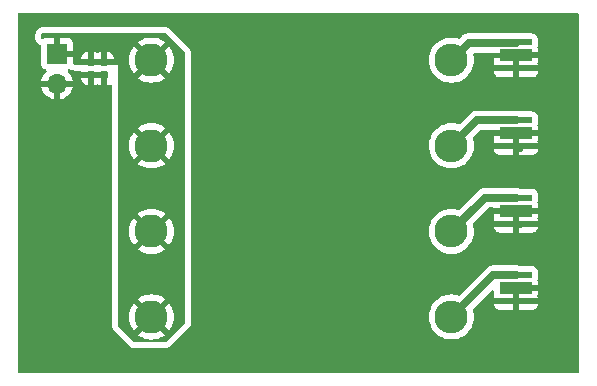
<source format=gbr>
G04 #@! TF.GenerationSoftware,KiCad,Pcbnew,8.0.3*
G04 #@! TF.CreationDate,2024-06-27T14:17:05-04:00*
G04 #@! TF.ProjectId,PCB,5043422e-6b69-4636-9164-5f7063625858,rev?*
G04 #@! TF.SameCoordinates,Original*
G04 #@! TF.FileFunction,Copper,L1,Top*
G04 #@! TF.FilePolarity,Positive*
%FSLAX46Y46*%
G04 Gerber Fmt 4.6, Leading zero omitted, Abs format (unit mm)*
G04 Created by KiCad (PCBNEW 8.0.3) date 2024-06-27 14:17:05*
%MOMM*%
%LPD*%
G01*
G04 APERTURE LIST*
G04 Aperture macros list*
%AMRoundRect*
0 Rectangle with rounded corners*
0 $1 Rounding radius*
0 $2 $3 $4 $5 $6 $7 $8 $9 X,Y pos of 4 corners*
0 Add a 4 corners polygon primitive as box body*
4,1,4,$2,$3,$4,$5,$6,$7,$8,$9,$2,$3,0*
0 Add four circle primitives for the rounded corners*
1,1,$1+$1,$2,$3*
1,1,$1+$1,$4,$5*
1,1,$1+$1,$6,$7*
1,1,$1+$1,$8,$9*
0 Add four rect primitives between the rounded corners*
20,1,$1+$1,$2,$3,$4,$5,0*
20,1,$1+$1,$4,$5,$6,$7,0*
20,1,$1+$1,$6,$7,$8,$9,0*
20,1,$1+$1,$8,$9,$2,$3,0*%
G04 Aperture macros list end*
G04 #@! TA.AperFunction,ComponentPad*
%ADD10R,1.700000X1.700000*%
G04 #@! TD*
G04 #@! TA.AperFunction,ComponentPad*
%ADD11O,1.700000X1.700000*%
G04 #@! TD*
G04 #@! TA.AperFunction,ComponentPad*
%ADD12C,2.800000*%
G04 #@! TD*
G04 #@! TA.AperFunction,ComponentPad*
%ADD13O,2.800000X2.800000*%
G04 #@! TD*
G04 #@! TA.AperFunction,SMDPad,CuDef*
%ADD14R,2.700000X0.500000*%
G04 #@! TD*
G04 #@! TA.AperFunction,SMDPad,CuDef*
%ADD15R,2.700000X1.000000*%
G04 #@! TD*
G04 #@! TA.AperFunction,SMDPad,CuDef*
%ADD16RoundRect,0.155000X-0.155000X0.212500X-0.155000X-0.212500X0.155000X-0.212500X0.155000X0.212500X0*%
G04 #@! TD*
G04 #@! TA.AperFunction,ViaPad*
%ADD17C,0.600000*%
G04 #@! TD*
G04 #@! TA.AperFunction,Conductor*
%ADD18C,0.200000*%
G04 #@! TD*
G04 #@! TA.AperFunction,Conductor*
%ADD19C,0.635000*%
G04 #@! TD*
G04 APERTURE END LIST*
D10*
X213817200Y-47955200D03*
D11*
X213817200Y-50495200D03*
D12*
X221800000Y-70250000D03*
D13*
X247200000Y-70250000D03*
D12*
X221800000Y-63000000D03*
D13*
X247200000Y-63000000D03*
D12*
X221800000Y-55750000D03*
D13*
X247200000Y-55750000D03*
D12*
X221800000Y-48500000D03*
D13*
X247200000Y-48500000D03*
D14*
X252650000Y-68900000D03*
X252650000Y-66700000D03*
D15*
X252650000Y-67800000D03*
D14*
X252650000Y-62350000D03*
X252650000Y-60150000D03*
D15*
X252650000Y-61250000D03*
D14*
X252650000Y-55800000D03*
X252650000Y-53600000D03*
D15*
X252650000Y-54700000D03*
X252650000Y-48100000D03*
D14*
X252650000Y-47000000D03*
X252650000Y-49200000D03*
D16*
X216662000Y-48641000D03*
X216662000Y-49776000D03*
X217805000Y-48641000D03*
X217805000Y-49776000D03*
D17*
X254152400Y-70129400D03*
X250342400Y-70002400D03*
X254558800Y-71043800D03*
X252171200Y-71094600D03*
X231140000Y-71120000D03*
X231140000Y-63500000D03*
X231140000Y-55880000D03*
X231140000Y-48260000D03*
X213360000Y-65024000D03*
X213360000Y-56134000D03*
X217551000Y-65532000D03*
X217678000Y-59182000D03*
X255016000Y-61214000D03*
X255016000Y-63627000D03*
X250190000Y-63627000D03*
X255016000Y-62357000D03*
X252603000Y-63500000D03*
X250317000Y-62357000D03*
X241427000Y-48133000D03*
X234188000Y-48260000D03*
X226695000Y-48260000D03*
X213741000Y-52324000D03*
X211963000Y-50546000D03*
X215646000Y-50419000D03*
X210947000Y-74549000D03*
X211201000Y-45085000D03*
X220472000Y-45212000D03*
X215519000Y-45339000D03*
X256159000Y-67691000D03*
X256286000Y-61087000D03*
X256413000Y-48006000D03*
X256286000Y-54610000D03*
X253492000Y-48133000D03*
X252603000Y-48133000D03*
X251714000Y-48133000D03*
X253492000Y-54737000D03*
X252603000Y-54737000D03*
X251714000Y-54737000D03*
X253492000Y-61214000D03*
X252603000Y-61214000D03*
X251714000Y-61214000D03*
X252628400Y-67792600D03*
X251688600Y-67792600D03*
X253517400Y-67792600D03*
X253000000Y-56000000D03*
X253000000Y-62500000D03*
D18*
X252628400Y-67821600D02*
X252600000Y-67850000D01*
X252628400Y-67792600D02*
X252628400Y-67821600D01*
X252657400Y-67792600D02*
X252628400Y-67792600D01*
X252650000Y-67800000D02*
X252657400Y-67792600D01*
X252600000Y-68900000D02*
X252500000Y-69000000D01*
D19*
X247200000Y-70250000D02*
X250750000Y-66700000D01*
X250750000Y-66700000D02*
X252650000Y-66700000D01*
X250050000Y-60150000D02*
X252650000Y-60150000D01*
X247200000Y-63000000D02*
X250050000Y-60150000D01*
X249350000Y-53600000D02*
X252650000Y-53600000D01*
X247200000Y-55750000D02*
X249350000Y-53600000D01*
X248650000Y-47050000D02*
X252650000Y-47050000D01*
X247200000Y-48500000D02*
X248650000Y-47050000D01*
G04 #@! TA.AperFunction,Conductor*
G36*
X223027677Y-46247685D02*
G01*
X223048319Y-46264319D01*
X224626681Y-47842681D01*
X224660166Y-47904004D01*
X224663000Y-47930362D01*
X224663000Y-70687638D01*
X224643315Y-70754677D01*
X224626681Y-70775319D01*
X223048319Y-72353681D01*
X222986996Y-72387166D01*
X222960638Y-72390000D01*
X221984133Y-72390000D01*
X221917094Y-72370315D01*
X221871339Y-72317511D01*
X221861395Y-72248353D01*
X221890420Y-72184797D01*
X221949198Y-72147023D01*
X221975287Y-72142316D01*
X222071090Y-72135463D01*
X222071097Y-72135462D01*
X222336654Y-72077694D01*
X222591306Y-71982714D01*
X222591310Y-71982712D01*
X222829844Y-71852462D01*
X222955123Y-71758677D01*
X222955124Y-71758676D01*
X222085757Y-70889309D01*
X222131574Y-70870332D01*
X222246224Y-70793726D01*
X222343726Y-70696224D01*
X222420332Y-70581574D01*
X222439309Y-70535757D01*
X223308676Y-71405124D01*
X223308677Y-71405123D01*
X223402462Y-71279844D01*
X223532712Y-71041310D01*
X223532714Y-71041306D01*
X223627694Y-70786654D01*
X223685462Y-70521097D01*
X223685463Y-70521090D01*
X223704853Y-70250001D01*
X223704853Y-70249998D01*
X223685463Y-69978909D01*
X223685462Y-69978902D01*
X223627694Y-69713345D01*
X223532714Y-69458693D01*
X223532712Y-69458689D01*
X223402467Y-69220164D01*
X223402466Y-69220163D01*
X223308676Y-69094874D01*
X222439309Y-69964242D01*
X222420332Y-69918426D01*
X222343726Y-69803776D01*
X222246224Y-69706274D01*
X222131574Y-69629668D01*
X222085757Y-69610690D01*
X222955124Y-68741322D01*
X222955123Y-68741321D01*
X222829843Y-68647537D01*
X222829835Y-68647532D01*
X222591310Y-68517287D01*
X222591306Y-68517285D01*
X222336654Y-68422305D01*
X222071097Y-68364537D01*
X222071090Y-68364536D01*
X221800001Y-68345147D01*
X221799999Y-68345147D01*
X221528909Y-68364536D01*
X221528902Y-68364537D01*
X221263345Y-68422305D01*
X221008693Y-68517285D01*
X221008689Y-68517287D01*
X220770164Y-68647532D01*
X220770156Y-68647537D01*
X220644875Y-68741321D01*
X220644874Y-68741322D01*
X221514242Y-69610690D01*
X221468426Y-69629668D01*
X221353776Y-69706274D01*
X221256274Y-69803776D01*
X221179668Y-69918426D01*
X221160690Y-69964242D01*
X220291322Y-69094874D01*
X220291321Y-69094875D01*
X220197537Y-69220156D01*
X220197532Y-69220164D01*
X220067287Y-69458689D01*
X220067285Y-69458693D01*
X219972305Y-69713345D01*
X219914537Y-69978902D01*
X219914536Y-69978909D01*
X219895147Y-70249998D01*
X219895147Y-70250001D01*
X219914536Y-70521090D01*
X219914537Y-70521097D01*
X219972305Y-70786654D01*
X220067285Y-71041306D01*
X220067287Y-71041310D01*
X220197532Y-71279835D01*
X220197537Y-71279843D01*
X220291321Y-71405123D01*
X220291322Y-71405124D01*
X221160690Y-70535756D01*
X221179668Y-70581574D01*
X221256274Y-70696224D01*
X221353776Y-70793726D01*
X221468426Y-70870332D01*
X221514242Y-70889309D01*
X220644874Y-71758676D01*
X220770163Y-71852466D01*
X220770164Y-71852467D01*
X221008689Y-71982712D01*
X221008693Y-71982714D01*
X221263345Y-72077694D01*
X221528902Y-72135462D01*
X221528909Y-72135463D01*
X221624713Y-72142316D01*
X221690178Y-72166733D01*
X221732049Y-72222667D01*
X221737033Y-72292358D01*
X221703548Y-72353681D01*
X221642225Y-72387166D01*
X221615867Y-72390000D01*
X220396362Y-72390000D01*
X220329323Y-72370315D01*
X220308681Y-72353681D01*
X218984319Y-71029319D01*
X218950834Y-70967996D01*
X218948000Y-70941638D01*
X218948000Y-62999998D01*
X219895147Y-62999998D01*
X219895147Y-63000001D01*
X219914536Y-63271090D01*
X219914537Y-63271097D01*
X219972305Y-63536654D01*
X220067285Y-63791306D01*
X220067287Y-63791310D01*
X220197532Y-64029835D01*
X220197537Y-64029843D01*
X220291321Y-64155123D01*
X220291322Y-64155124D01*
X221160690Y-63285756D01*
X221179668Y-63331574D01*
X221256274Y-63446224D01*
X221353776Y-63543726D01*
X221468426Y-63620332D01*
X221514242Y-63639309D01*
X220644874Y-64508676D01*
X220770163Y-64602466D01*
X220770164Y-64602467D01*
X221008689Y-64732712D01*
X221008693Y-64732714D01*
X221263345Y-64827694D01*
X221528902Y-64885462D01*
X221528909Y-64885463D01*
X221799999Y-64904853D01*
X221800001Y-64904853D01*
X222071090Y-64885463D01*
X222071097Y-64885462D01*
X222336654Y-64827694D01*
X222591306Y-64732714D01*
X222591310Y-64732712D01*
X222829844Y-64602462D01*
X222955123Y-64508677D01*
X222955124Y-64508676D01*
X222085757Y-63639309D01*
X222131574Y-63620332D01*
X222246224Y-63543726D01*
X222343726Y-63446224D01*
X222420332Y-63331574D01*
X222439309Y-63285757D01*
X223308676Y-64155124D01*
X223308677Y-64155123D01*
X223402462Y-64029844D01*
X223532712Y-63791310D01*
X223532714Y-63791306D01*
X223627694Y-63536654D01*
X223685462Y-63271097D01*
X223685463Y-63271090D01*
X223704853Y-63000001D01*
X223704853Y-62999998D01*
X223685463Y-62728909D01*
X223685462Y-62728902D01*
X223627694Y-62463345D01*
X223532714Y-62208693D01*
X223532712Y-62208689D01*
X223402467Y-61970164D01*
X223402466Y-61970163D01*
X223308676Y-61844874D01*
X222439309Y-62714242D01*
X222420332Y-62668426D01*
X222343726Y-62553776D01*
X222246224Y-62456274D01*
X222131574Y-62379668D01*
X222085757Y-62360690D01*
X222955124Y-61491322D01*
X222955123Y-61491321D01*
X222829843Y-61397537D01*
X222829835Y-61397532D01*
X222591310Y-61267287D01*
X222591306Y-61267285D01*
X222336654Y-61172305D01*
X222071097Y-61114537D01*
X222071090Y-61114536D01*
X221800001Y-61095147D01*
X221799999Y-61095147D01*
X221528909Y-61114536D01*
X221528902Y-61114537D01*
X221263345Y-61172305D01*
X221008693Y-61267285D01*
X221008689Y-61267287D01*
X220770164Y-61397532D01*
X220770156Y-61397537D01*
X220644875Y-61491321D01*
X220644874Y-61491322D01*
X221514242Y-62360690D01*
X221468426Y-62379668D01*
X221353776Y-62456274D01*
X221256274Y-62553776D01*
X221179668Y-62668426D01*
X221160690Y-62714242D01*
X220291322Y-61844874D01*
X220291321Y-61844875D01*
X220197537Y-61970156D01*
X220197532Y-61970164D01*
X220067287Y-62208689D01*
X220067285Y-62208693D01*
X219972305Y-62463345D01*
X219914537Y-62728902D01*
X219914536Y-62728909D01*
X219895147Y-62999998D01*
X218948000Y-62999998D01*
X218948000Y-55749998D01*
X219895147Y-55749998D01*
X219895147Y-55750001D01*
X219914536Y-56021090D01*
X219914537Y-56021097D01*
X219972305Y-56286654D01*
X220067285Y-56541306D01*
X220067287Y-56541310D01*
X220197532Y-56779835D01*
X220197537Y-56779843D01*
X220291321Y-56905123D01*
X220291322Y-56905124D01*
X221160690Y-56035756D01*
X221179668Y-56081574D01*
X221256274Y-56196224D01*
X221353776Y-56293726D01*
X221468426Y-56370332D01*
X221514242Y-56389309D01*
X220644874Y-57258676D01*
X220770163Y-57352466D01*
X220770164Y-57352467D01*
X221008689Y-57482712D01*
X221008693Y-57482714D01*
X221263345Y-57577694D01*
X221528902Y-57635462D01*
X221528909Y-57635463D01*
X221799999Y-57654853D01*
X221800001Y-57654853D01*
X222071090Y-57635463D01*
X222071097Y-57635462D01*
X222336654Y-57577694D01*
X222591306Y-57482714D01*
X222591310Y-57482712D01*
X222829844Y-57352462D01*
X222955123Y-57258677D01*
X222955124Y-57258676D01*
X222085757Y-56389309D01*
X222131574Y-56370332D01*
X222246224Y-56293726D01*
X222343726Y-56196224D01*
X222420332Y-56081574D01*
X222439309Y-56035757D01*
X223308676Y-56905124D01*
X223308677Y-56905123D01*
X223402462Y-56779844D01*
X223532712Y-56541310D01*
X223532714Y-56541306D01*
X223627694Y-56286654D01*
X223685462Y-56021097D01*
X223685463Y-56021090D01*
X223704853Y-55750001D01*
X223704853Y-55749998D01*
X223685463Y-55478909D01*
X223685462Y-55478902D01*
X223627694Y-55213345D01*
X223532714Y-54958693D01*
X223532712Y-54958689D01*
X223402467Y-54720164D01*
X223402466Y-54720163D01*
X223308676Y-54594874D01*
X222439309Y-55464242D01*
X222420332Y-55418426D01*
X222343726Y-55303776D01*
X222246224Y-55206274D01*
X222131574Y-55129668D01*
X222085757Y-55110690D01*
X222955124Y-54241322D01*
X222955123Y-54241321D01*
X222829843Y-54147537D01*
X222829835Y-54147532D01*
X222591310Y-54017287D01*
X222591306Y-54017285D01*
X222336654Y-53922305D01*
X222071097Y-53864537D01*
X222071090Y-53864536D01*
X221800001Y-53845147D01*
X221799999Y-53845147D01*
X221528909Y-53864536D01*
X221528902Y-53864537D01*
X221263345Y-53922305D01*
X221008693Y-54017285D01*
X221008689Y-54017287D01*
X220770164Y-54147532D01*
X220770156Y-54147537D01*
X220644875Y-54241321D01*
X220644874Y-54241322D01*
X221514242Y-55110690D01*
X221468426Y-55129668D01*
X221353776Y-55206274D01*
X221256274Y-55303776D01*
X221179668Y-55418426D01*
X221160690Y-55464242D01*
X220291322Y-54594874D01*
X220291321Y-54594875D01*
X220197537Y-54720156D01*
X220197532Y-54720164D01*
X220067287Y-54958689D01*
X220067285Y-54958693D01*
X219972305Y-55213345D01*
X219914537Y-55478902D01*
X219914536Y-55478909D01*
X219895147Y-55749998D01*
X218948000Y-55749998D01*
X218948000Y-48895000D01*
X218670362Y-48895000D01*
X218656740Y-48891000D01*
X215825131Y-48891000D01*
X215822996Y-48892166D01*
X215796638Y-48895000D01*
X215291200Y-48895000D01*
X215224161Y-48875315D01*
X215178406Y-48822511D01*
X215167200Y-48771000D01*
X215167200Y-48499998D01*
X219895147Y-48499998D01*
X219895147Y-48500001D01*
X219914536Y-48771090D01*
X219914537Y-48771097D01*
X219972305Y-49036654D01*
X220067285Y-49291306D01*
X220067287Y-49291310D01*
X220197532Y-49529835D01*
X220197537Y-49529843D01*
X220291321Y-49655123D01*
X220291322Y-49655124D01*
X221160690Y-48785756D01*
X221179668Y-48831574D01*
X221256274Y-48946224D01*
X221353776Y-49043726D01*
X221468426Y-49120332D01*
X221514242Y-49139309D01*
X220644874Y-50008676D01*
X220770163Y-50102466D01*
X220770164Y-50102467D01*
X221008689Y-50232712D01*
X221008693Y-50232714D01*
X221263345Y-50327694D01*
X221528902Y-50385462D01*
X221528909Y-50385463D01*
X221799999Y-50404853D01*
X221800001Y-50404853D01*
X222071090Y-50385463D01*
X222071097Y-50385462D01*
X222336654Y-50327694D01*
X222591306Y-50232714D01*
X222591310Y-50232712D01*
X222829844Y-50102462D01*
X222955123Y-50008677D01*
X222955124Y-50008676D01*
X222085757Y-49139309D01*
X222131574Y-49120332D01*
X222246224Y-49043726D01*
X222343726Y-48946224D01*
X222420332Y-48831574D01*
X222439309Y-48785757D01*
X223308676Y-49655124D01*
X223308677Y-49655123D01*
X223402462Y-49529844D01*
X223532712Y-49291310D01*
X223532714Y-49291306D01*
X223627694Y-49036654D01*
X223685462Y-48771097D01*
X223685463Y-48771090D01*
X223704853Y-48500001D01*
X223704853Y-48499998D01*
X223685463Y-48228909D01*
X223685462Y-48228902D01*
X223627694Y-47963345D01*
X223532714Y-47708693D01*
X223532712Y-47708689D01*
X223402467Y-47470164D01*
X223402466Y-47470163D01*
X223308676Y-47344874D01*
X222439309Y-48214242D01*
X222420332Y-48168426D01*
X222343726Y-48053776D01*
X222246224Y-47956274D01*
X222131574Y-47879668D01*
X222085757Y-47860690D01*
X222955124Y-46991322D01*
X222955123Y-46991321D01*
X222829843Y-46897537D01*
X222829835Y-46897532D01*
X222591310Y-46767287D01*
X222591306Y-46767285D01*
X222336654Y-46672305D01*
X222071097Y-46614537D01*
X222071090Y-46614536D01*
X221800001Y-46595147D01*
X221799999Y-46595147D01*
X221528909Y-46614536D01*
X221528902Y-46614537D01*
X221263345Y-46672305D01*
X221008693Y-46767285D01*
X221008689Y-46767287D01*
X220770164Y-46897532D01*
X220770156Y-46897537D01*
X220644875Y-46991321D01*
X220644874Y-46991322D01*
X221514242Y-47860690D01*
X221468426Y-47879668D01*
X221353776Y-47956274D01*
X221256274Y-48053776D01*
X221179668Y-48168426D01*
X221160690Y-48214242D01*
X220291322Y-47344874D01*
X220291321Y-47344875D01*
X220197537Y-47470156D01*
X220197532Y-47470164D01*
X220067287Y-47708689D01*
X220067285Y-47708693D01*
X219972305Y-47963345D01*
X219914537Y-48228902D01*
X219914536Y-48228909D01*
X219895147Y-48499998D01*
X215167200Y-48499998D01*
X215167200Y-48362342D01*
X215852000Y-48362342D01*
X215852000Y-48391000D01*
X216412000Y-48391000D01*
X216412000Y-47775769D01*
X216912000Y-47775769D01*
X216912000Y-48391000D01*
X217555000Y-48391000D01*
X218055000Y-48391000D01*
X218615000Y-48391000D01*
X218615000Y-48362357D01*
X218614999Y-48362342D01*
X218612078Y-48325222D01*
X218612077Y-48325216D01*
X218565908Y-48166305D01*
X218565907Y-48166302D01*
X218481666Y-48023857D01*
X218481660Y-48023849D01*
X218364650Y-47906839D01*
X218364642Y-47906833D01*
X218222197Y-47822592D01*
X218222194Y-47822590D01*
X218063280Y-47776421D01*
X218063281Y-47776421D01*
X218055000Y-47775769D01*
X218055000Y-48391000D01*
X217555000Y-48391000D01*
X217555000Y-47775769D01*
X217546718Y-47776421D01*
X217387805Y-47822590D01*
X217387798Y-47822594D01*
X217296620Y-47876516D01*
X217228896Y-47893699D01*
X217170380Y-47876516D01*
X217079201Y-47822594D01*
X217079194Y-47822590D01*
X216920280Y-47776421D01*
X216920281Y-47776421D01*
X216912000Y-47775769D01*
X216412000Y-47775769D01*
X216403718Y-47776421D01*
X216244805Y-47822590D01*
X216244802Y-47822592D01*
X216102357Y-47906833D01*
X216102349Y-47906839D01*
X215985339Y-48023849D01*
X215985333Y-48023857D01*
X215901092Y-48166302D01*
X215901091Y-48166305D01*
X215854922Y-48325216D01*
X215854921Y-48325222D01*
X215852000Y-48362342D01*
X215167200Y-48362342D01*
X215167200Y-48205200D01*
X214250212Y-48205200D01*
X214283125Y-48148193D01*
X214317200Y-48021026D01*
X214317200Y-47889374D01*
X214283125Y-47762207D01*
X214250212Y-47705200D01*
X215167200Y-47705200D01*
X215167200Y-47057372D01*
X215167199Y-47057355D01*
X215160798Y-46997827D01*
X215160796Y-46997820D01*
X215110554Y-46863113D01*
X215110550Y-46863106D01*
X215024390Y-46748012D01*
X215024387Y-46748009D01*
X214909293Y-46661849D01*
X214909286Y-46661845D01*
X214774579Y-46611603D01*
X214774572Y-46611601D01*
X214715044Y-46605200D01*
X214067200Y-46605200D01*
X214067200Y-47522188D01*
X214010193Y-47489275D01*
X213883026Y-47455200D01*
X213751374Y-47455200D01*
X213624207Y-47489275D01*
X213567200Y-47522188D01*
X213567200Y-46605200D01*
X212919355Y-46605200D01*
X212859827Y-46611601D01*
X212859820Y-46611603D01*
X212725113Y-46661845D01*
X212725111Y-46661846D01*
X212669311Y-46703619D01*
X212603847Y-46728036D01*
X212535574Y-46713185D01*
X212486168Y-46663780D01*
X212471000Y-46604352D01*
X212471000Y-46352000D01*
X212490685Y-46284961D01*
X212543489Y-46239206D01*
X212595000Y-46228000D01*
X222960638Y-46228000D01*
X223027677Y-46247685D01*
G37*
G04 #@! TD.AperFunction*
G04 #@! TA.AperFunction,Conductor*
G36*
X257942539Y-44520185D02*
G01*
X257988294Y-44572989D01*
X257999500Y-44624500D01*
X257999500Y-74875500D01*
X257979815Y-74942539D01*
X257927011Y-74988294D01*
X257875500Y-74999500D01*
X210624500Y-74999500D01*
X210557461Y-74979815D01*
X210511706Y-74927011D01*
X210500500Y-74875500D01*
X210500500Y-46352001D01*
X211965500Y-46352001D01*
X211965500Y-46604355D01*
X211981202Y-46729365D01*
X211981203Y-46729371D01*
X211990764Y-46766830D01*
X211996370Y-46788793D01*
X212038990Y-46897113D01*
X212042505Y-46906047D01*
X212128721Y-47021216D01*
X212128725Y-47021221D01*
X212128729Y-47021226D01*
X212178135Y-47070631D01*
X212178136Y-47070632D01*
X212178139Y-47070634D01*
X212293317Y-47156854D01*
X212293318Y-47156854D01*
X212293319Y-47156855D01*
X212386034Y-47191434D01*
X212441965Y-47233302D01*
X212466384Y-47298766D01*
X212466700Y-47307615D01*
X212466700Y-48853070D01*
X212466701Y-48853076D01*
X212473108Y-48912683D01*
X212523402Y-49047528D01*
X212523406Y-49047535D01*
X212609652Y-49162744D01*
X212609655Y-49162747D01*
X212724864Y-49248993D01*
X212724871Y-49248997D01*
X212787102Y-49272207D01*
X212856798Y-49298202D01*
X212912731Y-49340073D01*
X212937149Y-49405537D01*
X212922298Y-49473810D01*
X212901147Y-49502065D01*
X212779086Y-49624126D01*
X212643600Y-49817620D01*
X212643599Y-49817622D01*
X212543770Y-50031707D01*
X212543767Y-50031713D01*
X212486564Y-50245199D01*
X212486564Y-50245200D01*
X213384188Y-50245200D01*
X213351275Y-50302207D01*
X213317200Y-50429374D01*
X213317200Y-50561026D01*
X213351275Y-50688193D01*
X213384188Y-50745200D01*
X212486564Y-50745200D01*
X212543767Y-50958686D01*
X212543770Y-50958692D01*
X212643599Y-51172778D01*
X212779094Y-51366282D01*
X212946117Y-51533305D01*
X213139621Y-51668800D01*
X213353707Y-51768629D01*
X213353716Y-51768633D01*
X213567200Y-51825834D01*
X213567200Y-50928212D01*
X213624207Y-50961125D01*
X213751374Y-50995200D01*
X213883026Y-50995200D01*
X214010193Y-50961125D01*
X214067200Y-50928212D01*
X214067200Y-51825833D01*
X214280683Y-51768633D01*
X214280692Y-51768629D01*
X214494778Y-51668800D01*
X214688282Y-51533305D01*
X214855305Y-51366282D01*
X214990800Y-51172778D01*
X215090629Y-50958692D01*
X215090632Y-50958686D01*
X215147836Y-50745200D01*
X214250212Y-50745200D01*
X214283125Y-50688193D01*
X214317200Y-50561026D01*
X214317200Y-50429374D01*
X214283125Y-50302207D01*
X214250212Y-50245200D01*
X215147836Y-50245200D01*
X215147835Y-50245199D01*
X215096780Y-50054657D01*
X215852000Y-50054657D01*
X215854921Y-50091777D01*
X215854922Y-50091783D01*
X215901091Y-50250694D01*
X215901092Y-50250697D01*
X215985333Y-50393142D01*
X215985339Y-50393150D01*
X216102349Y-50510160D01*
X216102357Y-50510166D01*
X216244802Y-50594407D01*
X216244805Y-50594409D01*
X216403717Y-50640577D01*
X216403724Y-50640579D01*
X216411998Y-50641229D01*
X216412000Y-50641228D01*
X216912000Y-50641228D01*
X216912001Y-50641229D01*
X216920275Y-50640579D01*
X216920282Y-50640577D01*
X217079194Y-50594409D01*
X217079197Y-50594407D01*
X217170379Y-50540483D01*
X217238103Y-50523300D01*
X217296621Y-50540483D01*
X217387802Y-50594407D01*
X217387805Y-50594409D01*
X217546717Y-50640577D01*
X217546724Y-50640579D01*
X217554998Y-50641229D01*
X217555000Y-50641228D01*
X217555000Y-50026000D01*
X216912000Y-50026000D01*
X216912000Y-50641228D01*
X216412000Y-50641228D01*
X216412000Y-50026000D01*
X215852000Y-50026000D01*
X215852000Y-50054657D01*
X215096780Y-50054657D01*
X215090632Y-50031713D01*
X215090629Y-50031707D01*
X214990800Y-49817622D01*
X214990799Y-49817620D01*
X214855313Y-49624126D01*
X214855308Y-49624120D01*
X214733253Y-49502065D01*
X214699768Y-49440742D01*
X214704752Y-49371050D01*
X214746624Y-49315117D01*
X214777594Y-49298205D01*
X214827887Y-49279446D01*
X214897576Y-49274463D01*
X214942609Y-49297006D01*
X214943403Y-49295772D01*
X214950867Y-49300569D01*
X215081734Y-49360335D01*
X215081741Y-49360338D01*
X215148780Y-49380023D01*
X215148784Y-49380024D01*
X215291200Y-49400500D01*
X215291203Y-49400500D01*
X215728000Y-49400500D01*
X215795039Y-49420185D01*
X215840794Y-49472989D01*
X215852000Y-49524500D01*
X215852000Y-49526000D01*
X217931000Y-49526000D01*
X217998039Y-49545685D01*
X218043794Y-49598489D01*
X218055000Y-49650000D01*
X218055000Y-50641228D01*
X218055001Y-50641229D01*
X218063275Y-50640579D01*
X218063282Y-50640577D01*
X218222194Y-50594409D01*
X218222197Y-50594407D01*
X218255379Y-50574784D01*
X218323102Y-50557601D01*
X218389365Y-50579761D01*
X218433129Y-50634227D01*
X218442500Y-50681516D01*
X218442500Y-70941640D01*
X218445397Y-70995688D01*
X218445397Y-70995689D01*
X218448229Y-71022022D01*
X218448232Y-71022049D01*
X218456885Y-71075445D01*
X218456885Y-71075447D01*
X218507166Y-71210252D01*
X218507168Y-71210257D01*
X218540653Y-71271580D01*
X218626877Y-71386761D01*
X218626881Y-71386765D01*
X218626886Y-71386771D01*
X218853144Y-71613028D01*
X219951239Y-72711123D01*
X219951255Y-72711137D01*
X219951262Y-72711144D01*
X219991480Y-72747271D01*
X219991492Y-72747281D01*
X219991500Y-72747288D01*
X220012142Y-72763922D01*
X220056026Y-72795567D01*
X220186903Y-72855338D01*
X220253942Y-72875023D01*
X220253946Y-72875024D01*
X220396362Y-72895500D01*
X220396365Y-72895500D01*
X221615869Y-72895500D01*
X221626015Y-72894955D01*
X221669907Y-72892603D01*
X221669915Y-72892602D01*
X221669917Y-72892602D01*
X221669918Y-72892602D01*
X221676911Y-72891849D01*
X221696265Y-72889769D01*
X221696275Y-72889767D01*
X221696278Y-72889767D01*
X221749672Y-72881115D01*
X221749672Y-72881114D01*
X221749677Y-72881114D01*
X221760680Y-72877009D01*
X221830369Y-72872021D01*
X221838962Y-72874215D01*
X221841713Y-72875023D01*
X221841717Y-72875024D01*
X221984133Y-72895500D01*
X221984136Y-72895500D01*
X222960640Y-72895500D01*
X222970786Y-72894955D01*
X223014678Y-72892603D01*
X223014686Y-72892602D01*
X223014688Y-72892602D01*
X223014689Y-72892602D01*
X223021682Y-72891849D01*
X223041036Y-72889769D01*
X223041046Y-72889767D01*
X223041049Y-72889767D01*
X223050648Y-72888211D01*
X223094448Y-72881114D01*
X223229257Y-72830832D01*
X223290580Y-72797347D01*
X223405761Y-72711123D01*
X224984123Y-71132761D01*
X225020288Y-71092500D01*
X225036922Y-71071858D01*
X225068567Y-71027974D01*
X225128338Y-70897097D01*
X225148023Y-70830058D01*
X225148024Y-70830054D01*
X225168500Y-70687638D01*
X225168500Y-70249998D01*
X245294645Y-70249998D01*
X245294645Y-70250001D01*
X245314039Y-70521160D01*
X245314040Y-70521167D01*
X245371823Y-70786793D01*
X245371825Y-70786801D01*
X245429577Y-70941640D01*
X245466830Y-71041519D01*
X245597109Y-71280107D01*
X245597110Y-71280108D01*
X245597113Y-71280113D01*
X245760029Y-71497742D01*
X245760033Y-71497746D01*
X245760038Y-71497752D01*
X245952247Y-71689961D01*
X245952253Y-71689966D01*
X245952258Y-71689971D01*
X246169887Y-71852887D01*
X246169891Y-71852889D01*
X246169892Y-71852890D01*
X246408481Y-71983169D01*
X246408480Y-71983169D01*
X246408484Y-71983170D01*
X246408487Y-71983172D01*
X246663199Y-72078175D01*
X246928840Y-72135961D01*
X247180605Y-72153967D01*
X247199999Y-72155355D01*
X247200000Y-72155355D01*
X247200001Y-72155355D01*
X247218100Y-72154060D01*
X247471160Y-72135961D01*
X247736801Y-72078175D01*
X247991513Y-71983172D01*
X247991517Y-71983169D01*
X247991519Y-71983169D01*
X248110813Y-71918029D01*
X248230113Y-71852887D01*
X248447742Y-71689971D01*
X248639971Y-71497742D01*
X248802887Y-71280113D01*
X248914644Y-71075445D01*
X248933169Y-71041519D01*
X248933169Y-71041517D01*
X248933172Y-71041513D01*
X249028175Y-70786801D01*
X249085961Y-70521160D01*
X249105355Y-70250000D01*
X249085961Y-69978840D01*
X249028175Y-69713199D01*
X249019471Y-69689865D01*
X249014488Y-69620174D01*
X249047971Y-69558854D01*
X249408981Y-69197844D01*
X250800000Y-69197844D01*
X250806401Y-69257372D01*
X250806403Y-69257379D01*
X250856645Y-69392086D01*
X250856649Y-69392093D01*
X250942809Y-69507187D01*
X250942812Y-69507190D01*
X251057906Y-69593350D01*
X251057913Y-69593354D01*
X251192620Y-69643596D01*
X251192627Y-69643598D01*
X251252155Y-69649999D01*
X251252172Y-69650000D01*
X252400000Y-69650000D01*
X252900000Y-69650000D01*
X254047828Y-69650000D01*
X254047844Y-69649999D01*
X254107372Y-69643598D01*
X254107379Y-69643596D01*
X254242086Y-69593354D01*
X254242093Y-69593350D01*
X254357187Y-69507190D01*
X254357190Y-69507187D01*
X254443350Y-69392093D01*
X254443354Y-69392086D01*
X254493596Y-69257379D01*
X254493598Y-69257372D01*
X254499999Y-69197844D01*
X254500000Y-69197827D01*
X254500000Y-69150000D01*
X252900000Y-69150000D01*
X252900000Y-69650000D01*
X252400000Y-69650000D01*
X252400000Y-69150000D01*
X250800000Y-69150000D01*
X250800000Y-69197844D01*
X249408981Y-69197844D01*
X250588320Y-68018506D01*
X250649642Y-67985022D01*
X250719334Y-67990006D01*
X250775267Y-68031878D01*
X250799684Y-68097342D01*
X250800000Y-68106188D01*
X250800000Y-68347844D01*
X250806401Y-68407372D01*
X250806403Y-68407379D01*
X250815462Y-68431669D01*
X250820445Y-68501361D01*
X250815462Y-68518331D01*
X250806403Y-68542620D01*
X250806401Y-68542627D01*
X250800000Y-68602155D01*
X250800000Y-68650000D01*
X252400000Y-68650000D01*
X252900000Y-68650000D01*
X254500000Y-68650000D01*
X254500000Y-68602172D01*
X254499999Y-68602155D01*
X254493598Y-68542627D01*
X254493597Y-68542624D01*
X254484538Y-68518335D01*
X254479552Y-68448644D01*
X254484538Y-68431665D01*
X254493597Y-68407375D01*
X254493598Y-68407372D01*
X254499999Y-68347844D01*
X254500000Y-68347827D01*
X254500000Y-68050000D01*
X252900000Y-68050000D01*
X252900000Y-68650000D01*
X252400000Y-68650000D01*
X252400000Y-67674000D01*
X252419685Y-67606961D01*
X252472489Y-67561206D01*
X252524000Y-67550000D01*
X254500000Y-67550000D01*
X254500000Y-67252172D01*
X254499999Y-67252155D01*
X254493598Y-67192627D01*
X254493597Y-67192623D01*
X254484804Y-67169047D01*
X254479820Y-67099355D01*
X254484802Y-67082387D01*
X254494091Y-67057483D01*
X254500500Y-66997873D01*
X254500499Y-66402128D01*
X254494091Y-66342517D01*
X254443796Y-66207669D01*
X254443795Y-66207668D01*
X254443793Y-66207664D01*
X254357547Y-66092455D01*
X254357544Y-66092452D01*
X254242335Y-66006206D01*
X254242328Y-66006202D01*
X254107482Y-65955908D01*
X254107483Y-65955908D01*
X254047883Y-65949501D01*
X254047881Y-65949500D01*
X254047873Y-65949500D01*
X254047865Y-65949500D01*
X253000335Y-65949500D01*
X252952882Y-65940061D01*
X252888602Y-65913435D01*
X252888594Y-65913433D01*
X252730570Y-65882000D01*
X252730566Y-65882000D01*
X250669434Y-65882000D01*
X250669429Y-65882000D01*
X250511405Y-65913433D01*
X250511397Y-65913435D01*
X250362533Y-65975096D01*
X250228552Y-66064619D01*
X247891146Y-68402025D01*
X247829823Y-68435510D01*
X247760133Y-68430526D01*
X247736807Y-68421826D01*
X247736802Y-68421825D01*
X247471167Y-68364040D01*
X247471160Y-68364039D01*
X247200001Y-68344645D01*
X247199999Y-68344645D01*
X246928839Y-68364039D01*
X246928832Y-68364040D01*
X246663206Y-68421823D01*
X246663202Y-68421824D01*
X246663199Y-68421825D01*
X246591295Y-68448644D01*
X246408480Y-68516830D01*
X246169892Y-68647109D01*
X246169891Y-68647110D01*
X245952259Y-68810028D01*
X245952247Y-68810038D01*
X245760038Y-69002247D01*
X245760028Y-69002259D01*
X245597110Y-69219891D01*
X245597109Y-69219892D01*
X245466830Y-69458480D01*
X245429394Y-69558852D01*
X245371825Y-69713199D01*
X245371824Y-69713202D01*
X245371823Y-69713206D01*
X245314040Y-69978832D01*
X245314039Y-69978839D01*
X245294645Y-70249998D01*
X225168500Y-70249998D01*
X225168500Y-62999998D01*
X245294645Y-62999998D01*
X245294645Y-63000001D01*
X245314039Y-63271160D01*
X245314040Y-63271167D01*
X245371823Y-63536793D01*
X245371825Y-63536801D01*
X245448330Y-63741920D01*
X245466830Y-63791519D01*
X245597109Y-64030107D01*
X245597110Y-64030108D01*
X245597113Y-64030113D01*
X245760029Y-64247742D01*
X245760033Y-64247746D01*
X245760038Y-64247752D01*
X245952247Y-64439961D01*
X245952253Y-64439966D01*
X245952258Y-64439971D01*
X246169887Y-64602887D01*
X246169891Y-64602889D01*
X246169892Y-64602890D01*
X246408481Y-64733169D01*
X246408480Y-64733169D01*
X246408484Y-64733170D01*
X246408487Y-64733172D01*
X246663199Y-64828175D01*
X246928840Y-64885961D01*
X247180605Y-64903967D01*
X247199999Y-64905355D01*
X247200000Y-64905355D01*
X247200001Y-64905355D01*
X247218100Y-64904060D01*
X247471160Y-64885961D01*
X247736801Y-64828175D01*
X247991513Y-64733172D01*
X247991517Y-64733169D01*
X247991519Y-64733169D01*
X248110813Y-64668029D01*
X248230113Y-64602887D01*
X248447742Y-64439971D01*
X248639971Y-64247742D01*
X248802887Y-64030113D01*
X248933172Y-63791513D01*
X249028175Y-63536801D01*
X249085961Y-63271160D01*
X249105355Y-63000000D01*
X249085961Y-62728840D01*
X249068342Y-62647844D01*
X250800000Y-62647844D01*
X250806401Y-62707372D01*
X250806403Y-62707379D01*
X250856645Y-62842086D01*
X250856649Y-62842093D01*
X250942809Y-62957187D01*
X250942812Y-62957190D01*
X251057906Y-63043350D01*
X251057913Y-63043354D01*
X251192620Y-63093596D01*
X251192627Y-63093598D01*
X251252155Y-63099999D01*
X251252172Y-63100000D01*
X252400000Y-63100000D01*
X252900000Y-63100000D01*
X254047828Y-63100000D01*
X254047844Y-63099999D01*
X254107372Y-63093598D01*
X254107379Y-63093596D01*
X254242086Y-63043354D01*
X254242093Y-63043350D01*
X254357187Y-62957190D01*
X254357190Y-62957187D01*
X254443350Y-62842093D01*
X254443354Y-62842086D01*
X254493596Y-62707379D01*
X254493598Y-62707372D01*
X254499999Y-62647844D01*
X254500000Y-62647827D01*
X254500000Y-62600000D01*
X252900000Y-62600000D01*
X252900000Y-63100000D01*
X252400000Y-63100000D01*
X252400000Y-62600000D01*
X250800000Y-62600000D01*
X250800000Y-62647844D01*
X249068342Y-62647844D01*
X249028175Y-62463199D01*
X249019471Y-62439865D01*
X249014488Y-62370174D01*
X249047971Y-62308854D01*
X249558981Y-61797844D01*
X250800000Y-61797844D01*
X250806401Y-61857372D01*
X250806403Y-61857379D01*
X250815462Y-61881669D01*
X250820445Y-61951361D01*
X250815462Y-61968331D01*
X250806403Y-61992620D01*
X250806401Y-61992627D01*
X250800000Y-62052155D01*
X250800000Y-62100000D01*
X252400000Y-62100000D01*
X252900000Y-62100000D01*
X254500000Y-62100000D01*
X254500000Y-62052172D01*
X254499999Y-62052155D01*
X254493598Y-61992627D01*
X254493597Y-61992624D01*
X254484538Y-61968335D01*
X254479552Y-61898644D01*
X254484538Y-61881665D01*
X254493597Y-61857375D01*
X254493598Y-61857372D01*
X254499999Y-61797844D01*
X254500000Y-61797827D01*
X254500000Y-61500000D01*
X252900000Y-61500000D01*
X252900000Y-62100000D01*
X252400000Y-62100000D01*
X252400000Y-61500000D01*
X250800000Y-61500000D01*
X250800000Y-61797844D01*
X249558981Y-61797844D01*
X250352507Y-61004319D01*
X250413830Y-60970834D01*
X250440188Y-60968000D01*
X250716638Y-60968000D01*
X250783677Y-60987685D01*
X250798959Y-61000000D01*
X254500000Y-61000000D01*
X254500000Y-60702172D01*
X254499999Y-60702155D01*
X254493598Y-60642627D01*
X254493597Y-60642623D01*
X254484804Y-60619047D01*
X254479820Y-60549355D01*
X254484802Y-60532387D01*
X254494091Y-60507483D01*
X254500500Y-60447873D01*
X254500499Y-59852128D01*
X254494091Y-59792517D01*
X254443796Y-59657669D01*
X254443795Y-59657668D01*
X254443793Y-59657664D01*
X254357547Y-59542455D01*
X254357544Y-59542452D01*
X254242335Y-59456206D01*
X254242328Y-59456202D01*
X254107482Y-59405908D01*
X254107483Y-59405908D01*
X254047883Y-59399501D01*
X254047881Y-59399500D01*
X254047873Y-59399500D01*
X254047865Y-59399500D01*
X253000335Y-59399500D01*
X252952882Y-59390061D01*
X252888602Y-59363435D01*
X252888594Y-59363433D01*
X252730570Y-59332000D01*
X252730566Y-59332000D01*
X249969434Y-59332000D01*
X249969429Y-59332000D01*
X249811405Y-59363433D01*
X249811393Y-59363436D01*
X249662536Y-59425094D01*
X249615976Y-59456205D01*
X249528556Y-59514616D01*
X249471587Y-59571585D01*
X249414618Y-59628555D01*
X249414616Y-59628557D01*
X247891146Y-61152025D01*
X247829823Y-61185510D01*
X247760133Y-61180526D01*
X247736807Y-61171826D01*
X247736802Y-61171825D01*
X247471167Y-61114040D01*
X247471160Y-61114039D01*
X247200001Y-61094645D01*
X247199999Y-61094645D01*
X246928839Y-61114039D01*
X246928832Y-61114040D01*
X246663206Y-61171823D01*
X246663202Y-61171824D01*
X246663199Y-61171825D01*
X246565205Y-61208375D01*
X246408480Y-61266830D01*
X246169892Y-61397109D01*
X246169891Y-61397110D01*
X245952259Y-61560028D01*
X245952247Y-61560038D01*
X245760038Y-61752247D01*
X245760028Y-61752259D01*
X245597110Y-61969891D01*
X245597109Y-61969892D01*
X245466830Y-62208480D01*
X245429394Y-62308852D01*
X245371825Y-62463199D01*
X245371824Y-62463202D01*
X245371823Y-62463206D01*
X245314040Y-62728832D01*
X245314039Y-62728839D01*
X245294645Y-62999998D01*
X225168500Y-62999998D01*
X225168500Y-55749998D01*
X245294645Y-55749998D01*
X245294645Y-55750001D01*
X245314039Y-56021160D01*
X245314040Y-56021167D01*
X245343671Y-56157379D01*
X245371825Y-56286801D01*
X245416727Y-56407187D01*
X245466830Y-56541519D01*
X245597109Y-56780107D01*
X245597110Y-56780108D01*
X245597113Y-56780113D01*
X245760029Y-56997742D01*
X245760033Y-56997746D01*
X245760038Y-56997752D01*
X245952247Y-57189961D01*
X245952253Y-57189966D01*
X245952258Y-57189971D01*
X246169887Y-57352887D01*
X246169891Y-57352889D01*
X246169892Y-57352890D01*
X246408481Y-57483169D01*
X246408480Y-57483169D01*
X246408484Y-57483170D01*
X246408487Y-57483172D01*
X246663199Y-57578175D01*
X246928840Y-57635961D01*
X247180605Y-57653967D01*
X247199999Y-57655355D01*
X247200000Y-57655355D01*
X247200001Y-57655355D01*
X247218100Y-57654060D01*
X247471160Y-57635961D01*
X247736801Y-57578175D01*
X247991513Y-57483172D01*
X247991517Y-57483169D01*
X247991519Y-57483169D01*
X248110813Y-57418029D01*
X248230113Y-57352887D01*
X248447742Y-57189971D01*
X248639971Y-56997742D01*
X248802887Y-56780113D01*
X248928538Y-56550000D01*
X248933169Y-56541519D01*
X248933169Y-56541517D01*
X248933172Y-56541513D01*
X249028175Y-56286801D01*
X249069280Y-56097844D01*
X250800000Y-56097844D01*
X250806401Y-56157372D01*
X250806403Y-56157379D01*
X250856645Y-56292086D01*
X250856649Y-56292093D01*
X250942809Y-56407187D01*
X250942812Y-56407190D01*
X251057906Y-56493350D01*
X251057913Y-56493354D01*
X251192620Y-56543596D01*
X251192627Y-56543598D01*
X251252155Y-56549999D01*
X251252172Y-56550000D01*
X252400000Y-56550000D01*
X252900000Y-56550000D01*
X254047828Y-56550000D01*
X254047844Y-56549999D01*
X254107372Y-56543598D01*
X254107379Y-56543596D01*
X254242086Y-56493354D01*
X254242093Y-56493350D01*
X254357187Y-56407190D01*
X254357190Y-56407187D01*
X254443350Y-56292093D01*
X254443354Y-56292086D01*
X254493596Y-56157379D01*
X254493598Y-56157372D01*
X254499999Y-56097844D01*
X254500000Y-56097827D01*
X254500000Y-56050000D01*
X252900000Y-56050000D01*
X252900000Y-56550000D01*
X252400000Y-56550000D01*
X252400000Y-56050000D01*
X250800000Y-56050000D01*
X250800000Y-56097844D01*
X249069280Y-56097844D01*
X249085961Y-56021160D01*
X249105355Y-55750000D01*
X249085961Y-55478840D01*
X249047437Y-55301746D01*
X249035712Y-55247844D01*
X250800000Y-55247844D01*
X250806401Y-55307372D01*
X250806403Y-55307379D01*
X250815462Y-55331669D01*
X250820445Y-55401361D01*
X250815462Y-55418331D01*
X250806403Y-55442620D01*
X250806401Y-55442627D01*
X250800000Y-55502155D01*
X250800000Y-55550000D01*
X252400000Y-55550000D01*
X252900000Y-55550000D01*
X254500000Y-55550000D01*
X254500000Y-55502172D01*
X254499999Y-55502155D01*
X254493598Y-55442627D01*
X254493597Y-55442624D01*
X254484538Y-55418335D01*
X254479552Y-55348644D01*
X254484538Y-55331665D01*
X254493597Y-55307375D01*
X254493598Y-55307372D01*
X254499999Y-55247844D01*
X254500000Y-55247827D01*
X254500000Y-54950000D01*
X252900000Y-54950000D01*
X252900000Y-55550000D01*
X252400000Y-55550000D01*
X252400000Y-54950000D01*
X250800000Y-54950000D01*
X250800000Y-55247844D01*
X249035712Y-55247844D01*
X249028176Y-55213203D01*
X249019472Y-55189866D01*
X249014488Y-55120174D01*
X249047971Y-55058854D01*
X249652508Y-54454319D01*
X249713831Y-54420834D01*
X249740189Y-54418000D01*
X250716638Y-54418000D01*
X250783677Y-54437685D01*
X250798959Y-54450000D01*
X254500000Y-54450000D01*
X254500000Y-54152172D01*
X254499999Y-54152155D01*
X254493598Y-54092627D01*
X254493597Y-54092623D01*
X254484804Y-54069047D01*
X254479820Y-53999355D01*
X254484802Y-53982387D01*
X254494091Y-53957483D01*
X254500500Y-53897873D01*
X254500499Y-53302128D01*
X254494091Y-53242517D01*
X254443796Y-53107669D01*
X254443795Y-53107668D01*
X254443793Y-53107664D01*
X254357547Y-52992455D01*
X254357544Y-52992452D01*
X254242335Y-52906206D01*
X254242328Y-52906202D01*
X254107482Y-52855908D01*
X254107483Y-52855908D01*
X254047883Y-52849501D01*
X254047881Y-52849500D01*
X254047873Y-52849500D01*
X254047865Y-52849500D01*
X253000335Y-52849500D01*
X252952882Y-52840061D01*
X252888602Y-52813435D01*
X252888594Y-52813433D01*
X252730570Y-52782000D01*
X252730566Y-52782000D01*
X249269434Y-52782000D01*
X249269429Y-52782000D01*
X249111405Y-52813433D01*
X249111397Y-52813435D01*
X248962533Y-52875096D01*
X248828552Y-52964619D01*
X247891146Y-53902025D01*
X247829823Y-53935510D01*
X247760133Y-53930526D01*
X247736807Y-53921826D01*
X247736802Y-53921825D01*
X247471167Y-53864040D01*
X247471160Y-53864039D01*
X247200001Y-53844645D01*
X247199999Y-53844645D01*
X246928839Y-53864039D01*
X246928832Y-53864040D01*
X246663206Y-53921823D01*
X246663202Y-53921824D01*
X246663199Y-53921825D01*
X246567597Y-53957483D01*
X246408480Y-54016830D01*
X246169892Y-54147109D01*
X246169891Y-54147110D01*
X245952259Y-54310028D01*
X245952247Y-54310038D01*
X245760038Y-54502247D01*
X245760028Y-54502259D01*
X245597110Y-54719891D01*
X245597109Y-54719892D01*
X245466830Y-54958480D01*
X245429394Y-55058852D01*
X245371825Y-55213199D01*
X245371824Y-55213202D01*
X245371823Y-55213206D01*
X245314040Y-55478832D01*
X245314039Y-55478839D01*
X245294645Y-55749998D01*
X225168500Y-55749998D01*
X225168500Y-48499998D01*
X245294645Y-48499998D01*
X245294645Y-48500001D01*
X245314039Y-48771160D01*
X245314040Y-48771167D01*
X245371823Y-49036793D01*
X245371825Y-49036801D01*
X245418801Y-49162747D01*
X245466830Y-49291519D01*
X245597109Y-49530107D01*
X245597110Y-49530108D01*
X245597113Y-49530113D01*
X245760029Y-49747742D01*
X245760033Y-49747746D01*
X245760038Y-49747752D01*
X245952247Y-49939961D01*
X245952253Y-49939966D01*
X245952258Y-49939971D01*
X246169887Y-50102887D01*
X246169891Y-50102889D01*
X246169892Y-50102890D01*
X246408481Y-50233169D01*
X246408480Y-50233169D01*
X246408484Y-50233170D01*
X246408487Y-50233172D01*
X246663199Y-50328175D01*
X246928840Y-50385961D01*
X247180605Y-50403967D01*
X247199999Y-50405355D01*
X247200000Y-50405355D01*
X247200001Y-50405355D01*
X247218100Y-50404060D01*
X247471160Y-50385961D01*
X247736801Y-50328175D01*
X247991513Y-50233172D01*
X247991517Y-50233169D01*
X247991519Y-50233169D01*
X248110813Y-50168029D01*
X248230113Y-50102887D01*
X248447742Y-49939971D01*
X248639971Y-49747742D01*
X248802887Y-49530113D01*
X248820507Y-49497844D01*
X250800000Y-49497844D01*
X250806401Y-49557372D01*
X250806403Y-49557379D01*
X250856645Y-49692086D01*
X250856649Y-49692093D01*
X250942809Y-49807187D01*
X250942812Y-49807190D01*
X251057906Y-49893350D01*
X251057913Y-49893354D01*
X251192620Y-49943596D01*
X251192627Y-49943598D01*
X251252155Y-49949999D01*
X251252172Y-49950000D01*
X252400000Y-49950000D01*
X252900000Y-49950000D01*
X254047828Y-49950000D01*
X254047844Y-49949999D01*
X254107372Y-49943598D01*
X254107379Y-49943596D01*
X254242086Y-49893354D01*
X254242093Y-49893350D01*
X254357187Y-49807190D01*
X254357190Y-49807187D01*
X254443350Y-49692093D01*
X254443354Y-49692086D01*
X254493596Y-49557379D01*
X254493598Y-49557372D01*
X254499999Y-49497844D01*
X254500000Y-49497827D01*
X254500000Y-49450000D01*
X252900000Y-49450000D01*
X252900000Y-49950000D01*
X252400000Y-49950000D01*
X252400000Y-49450000D01*
X250800000Y-49450000D01*
X250800000Y-49497844D01*
X248820507Y-49497844D01*
X248895591Y-49360338D01*
X248933169Y-49291519D01*
X248933169Y-49291517D01*
X248933172Y-49291513D01*
X249028175Y-49036801D01*
X249085961Y-48771160D01*
X249094781Y-48647844D01*
X250800000Y-48647844D01*
X250806401Y-48707372D01*
X250806403Y-48707379D01*
X250815462Y-48731669D01*
X250820445Y-48801361D01*
X250815462Y-48818331D01*
X250806403Y-48842620D01*
X250806401Y-48842627D01*
X250800000Y-48902155D01*
X250800000Y-48950000D01*
X252400000Y-48950000D01*
X252900000Y-48950000D01*
X254500000Y-48950000D01*
X254500000Y-48902172D01*
X254499999Y-48902155D01*
X254493598Y-48842627D01*
X254493597Y-48842624D01*
X254484538Y-48818335D01*
X254479552Y-48748644D01*
X254484538Y-48731665D01*
X254493597Y-48707375D01*
X254493598Y-48707372D01*
X254499999Y-48647844D01*
X254500000Y-48647827D01*
X254500000Y-48350000D01*
X252900000Y-48350000D01*
X252900000Y-48950000D01*
X252400000Y-48950000D01*
X252400000Y-48350000D01*
X250800000Y-48350000D01*
X250800000Y-48647844D01*
X249094781Y-48647844D01*
X249105355Y-48500000D01*
X249085961Y-48228840D01*
X249040174Y-48018358D01*
X249045158Y-47948666D01*
X249087030Y-47892733D01*
X249152494Y-47868316D01*
X249161340Y-47868000D01*
X252730567Y-47868000D01*
X252730567Y-47867999D01*
X252809079Y-47852382D01*
X252833270Y-47850000D01*
X254500000Y-47850000D01*
X254500000Y-47552172D01*
X254499999Y-47552155D01*
X254493598Y-47492627D01*
X254493597Y-47492623D01*
X254484804Y-47469047D01*
X254479820Y-47399355D01*
X254484802Y-47382387D01*
X254494091Y-47357483D01*
X254500500Y-47297873D01*
X254500499Y-46702128D01*
X254494091Y-46642517D01*
X254483469Y-46614039D01*
X254443797Y-46507671D01*
X254443793Y-46507664D01*
X254357547Y-46392455D01*
X254357544Y-46392452D01*
X254242335Y-46306206D01*
X254242328Y-46306202D01*
X254107482Y-46255908D01*
X254107483Y-46255908D01*
X254047883Y-46249501D01*
X254047881Y-46249500D01*
X254047873Y-46249500D01*
X254047865Y-46249500D01*
X252830762Y-46249500D01*
X252806572Y-46247118D01*
X252782236Y-46242277D01*
X252730566Y-46232000D01*
X248569434Y-46232000D01*
X248569433Y-46232000D01*
X248525444Y-46240750D01*
X248481455Y-46249500D01*
X248425332Y-46260663D01*
X248411397Y-46263435D01*
X248411396Y-46263435D01*
X248262536Y-46325094D01*
X248262534Y-46325095D01*
X248182219Y-46378761D01*
X248182218Y-46378762D01*
X248128554Y-46414618D01*
X248071586Y-46471586D01*
X248014618Y-46528555D01*
X248014616Y-46528557D01*
X247948528Y-46594645D01*
X247891146Y-46652027D01*
X247829823Y-46685511D01*
X247760133Y-46680527D01*
X247736798Y-46671824D01*
X247471167Y-46614040D01*
X247471160Y-46614039D01*
X247200001Y-46594645D01*
X247199999Y-46594645D01*
X246928839Y-46614039D01*
X246928832Y-46614040D01*
X246663206Y-46671823D01*
X246663202Y-46671824D01*
X246663199Y-46671825D01*
X246535843Y-46719326D01*
X246408480Y-46766830D01*
X246169892Y-46897109D01*
X246169891Y-46897110D01*
X245952259Y-47060028D01*
X245952247Y-47060038D01*
X245760038Y-47252247D01*
X245760028Y-47252259D01*
X245597110Y-47469891D01*
X245597109Y-47469892D01*
X245466830Y-47708480D01*
X245419326Y-47835843D01*
X245371825Y-47963199D01*
X245371824Y-47963202D01*
X245371823Y-47963206D01*
X245314040Y-48228832D01*
X245314039Y-48228839D01*
X245294645Y-48499998D01*
X225168500Y-48499998D01*
X225168500Y-47930362D01*
X225165603Y-47876322D01*
X225162769Y-47849964D01*
X225154114Y-47796552D01*
X225103832Y-47661743D01*
X225070347Y-47600420D01*
X224984123Y-47485239D01*
X224984118Y-47485234D01*
X224984113Y-47485228D01*
X223405776Y-45906892D01*
X223405761Y-45906877D01*
X223405737Y-45906855D01*
X223365519Y-45870728D01*
X223365507Y-45870718D01*
X223344856Y-45854076D01*
X223300974Y-45822433D01*
X223170100Y-45762663D01*
X223103055Y-45742976D01*
X223040985Y-45734052D01*
X222960638Y-45722500D01*
X212595000Y-45722500D01*
X212594991Y-45722500D01*
X212594990Y-45722501D01*
X212487549Y-45734052D01*
X212487537Y-45734054D01*
X212436027Y-45745260D01*
X212333502Y-45779383D01*
X212333496Y-45779386D01*
X212212462Y-45857171D01*
X212212451Y-45857179D01*
X212159659Y-45902923D01*
X212065433Y-46011664D01*
X212065430Y-46011668D01*
X212005664Y-46142534D01*
X211985976Y-46209582D01*
X211965500Y-46352001D01*
X210500500Y-46352001D01*
X210500500Y-44624500D01*
X210520185Y-44557461D01*
X210572989Y-44511706D01*
X210624500Y-44500500D01*
X257875500Y-44500500D01*
X257942539Y-44520185D01*
G37*
G04 #@! TD.AperFunction*
M02*

</source>
